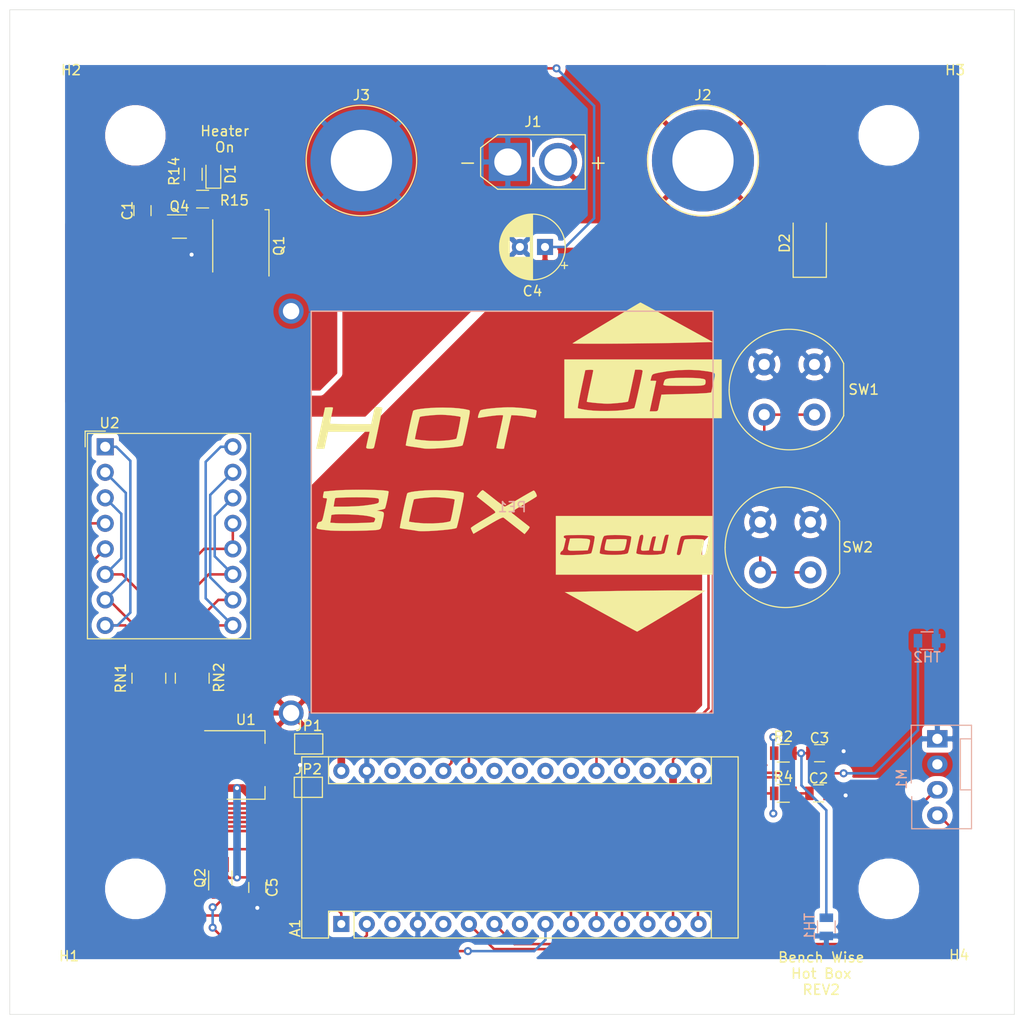
<source format=kicad_pcb>
(kicad_pcb (version 20171130) (host pcbnew 5.1.4+dfsg1-1)
  (title_block (title "Hot Box") (date 2020-12-14) (rev 2) (company "Bench Wise"))
  (layers (0 F.Cu signal) (31 B.Cu signal) (34 B.Paste user hide) (35 F.Paste user hide) (36 B.SilkS user hide) (37 F.SilkS user) (38 B.Mask user hide) (39 F.Mask user hide) (44 Edge.Cuts user hide))
  (net 0 "")
  (net 1 "Net-(A1-Pad1)")
  (net 2 "Net-(A1-Pad2)")
  (net 3 "Net-(A1-Pad18)")
  (net 4 "Net-(A1-Pad3)")
  (net 5 "Net-(A1-Pad19)")
  (net 6 "Net-(A1-Pad20)")
  (net 7 "Net-(A1-Pad5)")
  (net 8 "Net-(A1-Pad21)")
  (net 9 "Net-(A1-Pad6)")
  (net 10 "Net-(A1-Pad22)")
  (net 11 "Net-(A1-Pad7)")
  (net 12 "Net-(A1-Pad23)")
  (net 13 "Net-(A1-Pad8)")
  (net 14 "Net-(A1-Pad24)")
  (net 15 "Net-(A1-Pad9)")
  (net 16 "Net-(A1-Pad25)")
  (net 17 "Net-(A1-Pad10)")
  (net 18 "Net-(A1-Pad26)")
  (net 19 "Net-(A1-Pad11)")
  (net 20 "Net-(A1-Pad27)")
  (net 21 "Net-(A1-Pad12)")
  (net 22 "Net-(A1-Pad28)")
  (net 23 "Net-(A1-Pad13)")
  (net 24 "Net-(A1-Pad14)")
  (net 25 "Net-(A1-Pad15)")
  (net 26 "Net-(A1-Pad16)")
  (net 27 GND)
  (net 28 "Net-(PE1-Pad2)")
  (net 29 "Net-(Q1-Pad4)")
  (net 30 +12V)
  (net 31 "Net-(Q2-Pad3)")
  (net 32 /C)
  (net 33 /E)
  (net 34 /D)
  (net 35 /G)
  (net 36 /A)
  (net 37 /F)
  (net 38 /B)
  (net 39 "Net-(D1-Pad2)")
  (net 40 +3V3)
  (net 41 "Net-(Q4-Pad2)")
  (net 42 "Net-(Q2-Pad6)")
  (net 43 "Net-(RN2-Pad4)")
  (net 44 "Net-(RN2-Pad5)")
  (net 45 "Net-(A1-Pad17)")
  (net 46 "Net-(D2-Pad2)")
  (net 47 "Net-(A1-Pad30)")
  (module AEvan:UP (layer F.Cu) (at 159.865 79.055)
    (fp_text reference G*** hide)
    (fp_text value LOGO hide)
  )
  (module AEvan:DOWN (layer F.Cu) (at 159.103 100.645 180)
    (fp_text reference G*** hide)
    (fp_text value LOGO hide)
  )
  (module AEvan:HOTBOX (layer F.Cu) (at 138.275 90.231)
    (fp_text reference G*** hide)
    (fp_text value LOGO hide)
  )
  (module Connector:FanPinHeader_1x04_P2.54mm_Vertical (layer B.Cu) (at 189.203 116.901 270)
    (fp_text reference M1 (at 4 3.55 90) (layer B.SilkS) (effects (justify mirror)))
    (fp_text value Fan_4pin)
    (pad "" np_thru_hole circle (at 5.08 2.16 180) (size 1.1 1.1) (drill 1.1) (layers *.Cu *.Mask))
    (pad 4 thru_hole oval (at 7.62 0 180) (size 2.03 1.73) (drill 1.02) (layers *.Cu *.Mask) (net 9 "Net-(A1-Pad6)"))
    (pad 3 thru_hole oval (at 5.08 0 180) (size 2.03 1.73) (drill 1.02) (layers *.Cu *.Mask) (net 11 "Net-(A1-Pad7)"))
    (pad 2 thru_hole oval (at 2.54 0 180) (size 2.03 1.73) (drill 1.02) (layers *.Cu *.Mask) (net 30 +12V))
    (pad 1 thru_hole rect (at 0 0 180) (size 2.03 1.73) (drill 1.02) (layers *.Cu *.Mask) (net 27 GND))
  )
  (module MountingHole:MountingHole_3.2mm_M3 (layer F.Cu) (at 99.373 141.833)
    (fp_text reference H1 (at 3.4 -3.3) (layer F.SilkS))
    (fp_text value MountingHole hide)
    (pad 1 np_thru_hole circle (at 0 0) (size 3.2 3.2) (drill 3.2) (layers *.Cu *.Mask))
  )
  (module MountingHole:MountingHole_3.2mm_M3 (layer F.Cu) (at 99.373 46.833)
    (fp_text reference H2 (at 3.6 3.5) (layer F.SilkS))
    (fp_text value MountingHole hide)
    (pad 1 np_thru_hole circle (at 0 0) (size 3.2 3.2) (drill 3.2) (layers *.Cu *.Mask))
  )
  (module MountingHole:MountingHole_3.2mm_M3 (layer F.Cu) (at 194.373 46.833)
    (fp_text reference H3 (at -3.4 3.5) (layer F.SilkS))
    (fp_text value MountingHole hide)
    (pad 1 np_thru_hole circle (at 0 0) (size 3.2 3.2) (drill 3.2) (layers *.Cu *.Mask))
  )
  (module MountingHole:MountingHole_3.2mm_M3 (layer F.Cu) (at 194.373 141.833)
    (fp_text reference H4 (at -3 -3.4) (layer F.SilkS))
    (fp_text value MountingHole hide)
    (pad 1 np_thru_hole circle (at 0 0) (size 3.2 3.2) (drill 3.2) (layers *.Cu *.Mask))
  )
  (module Module:Arduino_Nano (layer F.Cu) (at 129.873 135.333 90)
    (fp_text reference A1 (at -0.4 -4.6 90) (layer F.SilkS))
    (fp_text value Arduino_Nano_v3.x)
    (pad 1 thru_hole rect (at 0 0 90) (size 1.6 1.6) (drill 0.8) (layers *.Cu *.Mask) (net 1 "Net-(A1-Pad1)"))
    (pad 17 thru_hole oval (at 15.24 33.02 90) (size 1.6 1.6) (drill 0.8) (layers *.Cu *.Mask) (net 45 "Net-(A1-Pad17)"))
    (pad 2 thru_hole oval (at 0 2.54 90) (size 1.6 1.6) (drill 0.8) (layers *.Cu *.Mask) (net 2 "Net-(A1-Pad2)"))
    (pad 18 thru_hole oval (at 15.24 30.48 90) (size 1.6 1.6) (drill 0.8) (layers *.Cu *.Mask) (net 3 "Net-(A1-Pad18)"))
    (pad 3 thru_hole oval (at 0 5.08 90) (size 1.6 1.6) (drill 0.8) (layers *.Cu *.Mask) (net 4 "Net-(A1-Pad3)"))
    (pad 19 thru_hole oval (at 15.24 27.94 90) (size 1.6 1.6) (drill 0.8) (layers *.Cu *.Mask) (net 5 "Net-(A1-Pad19)"))
    (pad 4 thru_hole oval (at 0 7.62 90) (size 1.6 1.6) (drill 0.8) (layers *.Cu *.Mask) (net 27 GND))
    (pad 20 thru_hole oval (at 15.24 25.4 90) (size 1.6 1.6) (drill 0.8) (layers *.Cu *.Mask) (net 6 "Net-(A1-Pad20)"))
    (pad 5 thru_hole oval (at 0 10.16 90) (size 1.6 1.6) (drill 0.8) (layers *.Cu *.Mask) (net 7 "Net-(A1-Pad5)"))
    (pad 21 thru_hole oval (at 15.24 22.86 90) (size 1.6 1.6) (drill 0.8) (layers *.Cu *.Mask) (net 8 "Net-(A1-Pad21)"))
    (pad 6 thru_hole oval (at 0 12.7 90) (size 1.6 1.6) (drill 0.8) (layers *.Cu *.Mask) (net 9 "Net-(A1-Pad6)"))
    (pad 22 thru_hole oval (at 15.24 20.32 90) (size 1.6 1.6) (drill 0.8) (layers *.Cu *.Mask) (net 10 "Net-(A1-Pad22)"))
    (pad 7 thru_hole oval (at 0 15.24 90) (size 1.6 1.6) (drill 0.8) (layers *.Cu *.Mask) (net 11 "Net-(A1-Pad7)"))
    (pad 23 thru_hole oval (at 15.24 17.78 90) (size 1.6 1.6) (drill 0.8) (layers *.Cu *.Mask) (net 12 "Net-(A1-Pad23)"))
    (pad 8 thru_hole oval (at 0 17.78 90) (size 1.6 1.6) (drill 0.8) (layers *.Cu *.Mask) (net 13 "Net-(A1-Pad8)"))
    (pad 24 thru_hole oval (at 15.24 15.24 90) (size 1.6 1.6) (drill 0.8) (layers *.Cu *.Mask) (net 14 "Net-(A1-Pad24)"))
    (pad 9 thru_hole oval (at 0 20.32 90) (size 1.6 1.6) (drill 0.8) (layers *.Cu *.Mask) (net 15 "Net-(A1-Pad9)"))
    (pad 25 thru_hole oval (at 15.24 12.7 90) (size 1.6 1.6) (drill 0.8) (layers *.Cu *.Mask) (net 16 "Net-(A1-Pad25)"))
    (pad 10 thru_hole oval (at 0 22.86 90) (size 1.6 1.6) (drill 0.8) (layers *.Cu *.Mask) (net 17 "Net-(A1-Pad10)"))
    (pad 26 thru_hole oval (at 15.24 10.16 90) (size 1.6 1.6) (drill 0.8) (layers *.Cu *.Mask) (net 18 "Net-(A1-Pad26)"))
    (pad 11 thru_hole oval (at 0 25.4 90) (size 1.6 1.6) (drill 0.8) (layers *.Cu *.Mask) (net 19 "Net-(A1-Pad11)"))
    (pad 27 thru_hole oval (at 15.24 7.62 90) (size 1.6 1.6) (drill 0.8) (layers *.Cu *.Mask) (net 20 "Net-(A1-Pad27)"))
    (pad 12 thru_hole oval (at 0 27.94 90) (size 1.6 1.6) (drill 0.8) (layers *.Cu *.Mask) (net 21 "Net-(A1-Pad12)"))
    (pad 28 thru_hole oval (at 15.24 5.08 90) (size 1.6 1.6) (drill 0.8) (layers *.Cu *.Mask) (net 22 "Net-(A1-Pad28)"))
    (pad 13 thru_hole oval (at 0 30.48 90) (size 1.6 1.6) (drill 0.8) (layers *.Cu *.Mask) (net 23 "Net-(A1-Pad13)"))
    (pad 29 thru_hole oval (at 15.24 2.54 90) (size 1.6 1.6) (drill 0.8) (layers *.Cu *.Mask) (net 27 GND))
    (pad 14 thru_hole oval (at 0 33.02 90) (size 1.6 1.6) (drill 0.8) (layers *.Cu *.Mask) (net 24 "Net-(A1-Pad14)"))
    (pad 30 thru_hole oval (at 15.24 0 90) (size 1.6 1.6) (drill 0.8) (layers *.Cu *.Mask) (net 47 "Net-(A1-Pad30)"))
    (pad 15 thru_hole oval (at 0 35.56 90) (size 1.6 1.6) (drill 0.8) (layers *.Cu *.Mask) (net 25 "Net-(A1-Pad15)"))
    (pad 16 thru_hole oval (at 15.24 35.56 90) (size 1.6 1.6) (drill 0.8) (layers *.Cu *.Mask) (net 26 "Net-(A1-Pad16)"))
  )
  (module Package_TO_SOT_SMD:TDSON-8-1 (layer F.Cu) (at 119.873 67.833 270)
    (fp_text reference Q1 (at 0 -3.8 90) (layer F.SilkS))
    (fp_text value BSC028N06LS3)
    (pad 1 smd rect (at -2.75 -1.91 180) (size 0.7 0.8) (layers F.Cu F.Paste F.Mask) (net 27 GND))
    (pad 2 smd rect (at -2.75 -0.64 180) (size 0.7 0.8) (layers F.Cu F.Paste F.Mask) (net 27 GND))
    (pad 3 smd rect (at -2.75 0.64 180) (size 0.7 0.8) (layers F.Cu F.Paste F.Mask) (net 27 GND))
    (pad 4 smd rect (at -2.75 1.91 180) (size 0.7 0.8) (layers F.Cu F.Paste F.Mask) (net 29 "Net-(Q1-Pad4)"))
    (pad 5 smd rect (at 2.75 1.91 180) (size 0.7 0.8) (layers F.Cu F.Paste F.Mask) (net 28 "Net-(PE1-Pad2)"))
    (pad 5 smd rect (at 2.75 0.64 180) (size 0.7 0.8) (layers F.Cu F.Paste F.Mask) (net 28 "Net-(PE1-Pad2)"))
    (pad 5 smd rect (at 2.75 -0.64 180) (size 0.7 0.8) (layers F.Cu F.Paste F.Mask) (net 28 "Net-(PE1-Pad2)"))
    (pad 5 smd rect (at 2.75 -1.91 180) (size 0.7 0.8) (layers F.Cu F.Paste F.Mask) (net 28 "Net-(PE1-Pad2)"))
    (pad 5 smd rect (at 0.5 0 180) (size 4.5 4.29) (layers F.Cu F.Mask) (net 28 "Net-(PE1-Pad2)"))
  )
  (module Display_7Segment:DA04-11CGKWA (layer F.Cu) (at 106.373 87.833)
    (fp_text reference U2 (at 0.43 -2.36) (layer F.SilkS))
    (fp_text value DA04-11CGKWA hide)
    (pad 1 thru_hole rect (at 0 0) (size 1.7 1.7) (drill 1) (layers *.Cu *.Mask) (net 32 /C))
    (pad 2 thru_hole circle (at 0 2.54) (size 1.7 1.7) (drill 1) (layers *.Cu *.Mask) (net 33 /E))
    (pad 3 thru_hole circle (at 0 5.08) (size 1.7 1.7) (drill 1) (layers *.Cu *.Mask) (net 34 /D))
    (pad 4 thru_hole circle (at 0 7.62) (size 1.7 1.7) (drill 1) (layers *.Cu *.Mask) (net 31 "Net-(Q2-Pad3)"))
    (pad 5 thru_hole circle (at 0 10.16) (size 1.7 1.7) (drill 1) (layers *.Cu *.Mask) (net 42 "Net-(Q2-Pad6)"))
    (pad 6 thru_hole circle (at 0 12.7) (size 1.7 1.7) (drill 1) (layers *.Cu *.Mask) (net 34 /D))
    (pad 7 thru_hole circle (at 0 15.24) (size 1.7 1.7) (drill 1) (layers *.Cu *.Mask) (net 33 /E))
    (pad 8 thru_hole circle (at 0 17.78) (size 1.7 1.7) (drill 1) (layers *.Cu *.Mask) (net 32 /C))
    (pad 9 thru_hole circle (at 12.7 17.78) (size 1.7 1.7) (drill 1) (layers *.Cu *.Mask) (net 35 /G))
    (pad 10 thru_hole circle (at 12.7 15.24) (size 1.7 1.7) (drill 1) (layers *.Cu *.Mask) (net 36 /A))
    (pad 11 thru_hole circle (at 12.7 12.7) (size 1.7 1.7) (drill 1) (layers *.Cu *.Mask) (net 37 /F))
    (pad 12 thru_hole circle (at 12.7 10.16) (size 1.7 1.7) (drill 1) (layers *.Cu *.Mask) (net 38 /B))
    (pad 13 thru_hole circle (at 12.7 7.62) (size 1.7 1.7) (drill 1) (layers *.Cu *.Mask) (net 38 /B))
    (pad 14 thru_hole circle (at 12.7 5.08) (size 1.7 1.7) (drill 1) (layers *.Cu *.Mask) (net 37 /F))
    (pad 15 thru_hole circle (at 12.7 2.54) (size 1.7 1.7) (drill 1) (layers *.Cu *.Mask) (net 36 /A))
    (pad 16 thru_hole circle (at 12.7 0) (size 1.7 1.7) (drill 1) (layers *.Cu *.Mask) (net 35 /G))
  )
  (module Connector:Banana_Jack_1Pin (layer F.Cu) (at 165.873 59.333)
    (fp_text reference J2 (at 0 -6.5) (layer F.SilkS))
    (fp_text value Conn_01x01 hide)
    (pad 1 thru_hole circle (at 0 0) (size 10.16 10.16) (drill 6.1) (layers *.Cu *.Mask) (net 46 "Net-(D2-Pad2)"))
  )
  (module Connector:Banana_Jack_1Pin (layer F.Cu) (at 131.873 59.333)
    (fp_text reference J3 (at 0 -6.5) (layer F.SilkS))
    (fp_text value Conn_01x01 hide)
    (pad 1 thru_hole circle (at 0 0) (size 10.16 10.16) (drill 6.1) (layers *.Cu *.Mask) (net 27 GND))
  )
  (module Capacitor_THT:CP_Radial_D6.3mm_P2.50mm (layer F.Cu) (at 150.1495 67.9425 180)
    (fp_text reference C4 (at 1.25 -4.4) (layer F.SilkS))
    (fp_text value 10uF)
    (pad 1 thru_hole rect (at 0 0 180) (size 1.6 1.6) (drill 0.8) (layers *.Cu *.Mask) (net 30 +12V))
    (pad 2 thru_hole circle (at 2.5 0 180) (size 1.6 1.6) (drill 0.8) (layers *.Cu *.Mask) (net 27 GND))
  )
  (module LED_SMD:LED_0603_1608Metric (layer F.Cu) (at 117.1365 60.6075 90)
    (fp_text reference D1 (at -0.1 1.7 90) (layer F.SilkS))
    (fp_text value LED)
    (pad 1 smd roundrect (at -0.7875 0 90) (size 0.875 0.95) (layers F.Cu F.Paste F.Mask) (net 27 GND))
    (pad 2 smd roundrect (at 0.7875 0 90) (size 0.875 0.95) (layers F.Cu F.Paste F.Mask) (net 39 "Net-(D1-Pad2)"))
  )
  (module AMASS:AMASS_XT30U-M_1x02_P5.0mm_Vertical (layer F.Cu) (at 146.448 59.483)
    (fp_text reference J1 (at 2.5 -4) (layer F.SilkS))
    (fp_text value Conn_01x02 hide)
    (fp_text user + (at 9 0) (layer F.SilkS) (effects (font (size 1.5 1.5))))
    (fp_text user - (at -4 0) (layer F.SilkS) (effects (font (size 1.5 1.5))))
    (pad 1 thru_hole rect (at 0 0) (size 3.8 3.8) (drill 2.7) (layers *.Cu *.Mask) (net 27 GND))
    (pad 2 thru_hole circle (at 5 0) (size 3.8 3.8) (drill 2.7) (layers *.Cu *.Mask) (net 46 "Net-(D2-Pad2)"))
  )
  (module AEvan:0805_C (layer F.Cu) (at 110.081 64.323 90)
    (fp_text reference C1 (at 0 -1.5 90) (layer F.SilkS))
    (fp_text value 0.1uF)
    (pad 1 smd rect (at -0.905 0 90) (size 0.85 1.35) (layers F.Cu F.Paste F.Mask) (net 30 +12V))
    (pad 2 smd rect (at 0.905 0 90) (size 0.85 1.35) (layers F.Cu F.Paste F.Mask) (net 27 GND))
  )
  (module AEvan:0805_C (layer F.Cu) (at 177.373 122.333)
    (fp_text reference C2 (at 0 -1.5) (layer F.SilkS))
    (fp_text value 0.1uF)
    (pad 1 smd rect (at -0.905 0) (size 0.85 1.35) (layers F.Cu F.Paste F.Mask) (net 5 "Net-(A1-Pad19)"))
    (pad 2 smd rect (at 0.905 0) (size 0.85 1.35) (layers F.Cu F.Paste F.Mask) (net 27 GND))
  )
  (module AEvan:0805_C (layer F.Cu) (at 177.473 118.333)
    (fp_text reference C3 (at 0 -1.5) (layer F.SilkS))
    (fp_text value 0.1uF)
    (pad 2 smd rect (at 0.905 0) (size 0.85 1.35) (layers F.Cu F.Paste F.Mask) (net 27 GND))
    (pad 1 smd rect (at -0.905 0) (size 0.85 1.35) (layers F.Cu F.Paste F.Mask) (net 6 "Net-(A1-Pad20)"))
  )
  (module AEvan:LGA1155_FAN (layer B.Cu) (at 109.373 131.833 90)
    (fp_text reference M2 (at 0 -0.5 90) (layer B.SilkS) (effects (justify mirror)))
    (fp_text value Fan)
    (pad "" np_thru_hole circle (at 0 75 90) (size 4.03 4.03) (drill 4.03) (layers *.Cu *.Mask) (clearance 1))
    (pad "" np_thru_hole circle (at 75 75 90) (size 4.03 4.03) (drill 4.03) (layers *.Cu *.Mask) (clearance 1))
    (pad "" np_thru_hole circle (at 75 0 90) (size 4.03 4.03) (drill 4.03) (layers *.Cu *.Mask) (clearance 1))
    (pad "" np_thru_hole circle (at 0 0 90) (size 4.03 4.03) (drill 4.03) (layers *.Cu *.Mask) (clearance 1))
  )
  (module AEvan:Peltier_40x40 (layer B.Cu) (at 146.873 94.333)
    (fp_text reference PE1 (at 0 -0.5) (layer B.SilkS) (effects (justify mirror)))
    (fp_text value Peltier_Element)
    (pad 2 thru_hole circle (at -22 -20) (size 2.5 2.5) (drill 1.63) (layers *.Cu *.Mask) (net 28 "Net-(PE1-Pad2)"))
    (pad 1 thru_hole circle (at -22 20) (size 2.5 2.5) (drill 1.63) (layers *.Cu *.Mask) (net 30 +12V))
  )
  (module Package_TO_SOT_SMD:SOT-363_SC-70-6_Handsoldering (layer F.Cu) (at 113.7605 65.9105)
    (fp_text reference Q4 (at 0 -2) (layer F.SilkS))
    (fp_text value PUMD3,115)
    (pad 1 smd rect (at -1.33 -0.65) (size 1.5 0.4) (layers F.Cu F.Paste F.Mask) (net 30 +12V))
    (pad 2 smd rect (at -1.33 0) (size 1.5 0.4) (layers F.Cu F.Paste F.Mask) (net 41 "Net-(Q4-Pad2)"))
    (pad 3 smd rect (at -1.33 0.65) (size 1.5 0.4) (layers F.Cu F.Paste F.Mask) (net 41 "Net-(Q4-Pad2)"))
    (pad 4 smd rect (at 1.33 0.65) (size 1.5 0.4) (layers F.Cu F.Paste F.Mask) (net 27 GND))
    (pad 5 smd rect (at 1.33 0) (size 1.5 0.4) (layers F.Cu F.Paste F.Mask) (net 15 "Net-(A1-Pad9)"))
    (pad 6 smd rect (at 1.33 -0.65) (size 1.5 0.4) (layers F.Cu F.Paste F.Mask) (net 29 "Net-(Q1-Pad4)"))
  )
  (module AEvan:0805_R (layer F.Cu) (at 173.873 118.333)
    (fp_text reference R2 (at 0 -1.65) (layer F.SilkS))
    (fp_text value 10K)
    (pad 1 smd rect (at -0.905 0) (size 0.85 1.35) (layers F.Cu F.Paste F.Mask) (net 45 "Net-(A1-Pad17)"))
    (pad 2 smd rect (at 0.905 0) (size 0.85 1.35) (layers F.Cu F.Paste F.Mask) (net 6 "Net-(A1-Pad20)"))
  )
  (module AEvan:0805_R (layer F.Cu) (at 173.873 122.333)
    (fp_text reference R4 (at 0 -1.65) (layer F.SilkS))
    (fp_text value 10K)
    (pad 1 smd rect (at -0.905 0) (size 0.85 1.35) (layers F.Cu F.Paste F.Mask) (net 45 "Net-(A1-Pad17)"))
    (pad 2 smd rect (at 0.905 0) (size 0.85 1.35) (layers F.Cu F.Paste F.Mask) (net 5 "Net-(A1-Pad19)"))
  )
  (module AEvan:0805_R (layer F.Cu) (at 115.1365 60.7075 270)
    (fp_text reference R14 (at -0.3 1.9 90) (layer F.SilkS))
    (fp_text value 10k)
    (pad 2 smd rect (at 0.905 0 270) (size 0.85 1.35) (layers F.Cu F.Paste F.Mask) (net 29 "Net-(Q1-Pad4)"))
    (pad 1 smd rect (at -0.905 0 270) (size 0.85 1.35) (layers F.Cu F.Paste F.Mask) (net 39 "Net-(D1-Pad2)"))
  )
  (module AEvan:SW_D6 (layer F.Cu) (at 174.473 82.133 180)
    (fp_text reference SW1 (at -7.4 0) (layer F.SilkS))
    (fp_text value SW_Push_4PIN)
    (pad 1 thru_hole circle (at -2.5 -2.5 180) (size 2.2 2.2) (drill 1.1) (layers *.Cu *.Mask) (net 18 "Net-(A1-Pad26)"))
    (pad 2 thru_hole circle (at -2.5 2.5 180) (size 2.2 2.2) (drill 1.1) (layers *.Cu *.Mask) (net 27 GND))
    (pad 2 thru_hole circle (at 2.5 2.5 180) (size 2.2 2.2) (drill 1.1) (layers *.Cu *.Mask) (net 27 GND))
    (pad 1 thru_hole circle (at 2.5 -2.5 180) (size 2.2 2.2) (drill 1.1) (layers *.Cu *.Mask) (net 18 "Net-(A1-Pad26)"))
  )
  (module AEvan:SW_D6 (layer F.Cu) (at 174.073 97.833 180)
    (fp_text reference SW2 (at -7.2 0) (layer F.SilkS))
    (fp_text value SW_Push_4PIN)
    (pad 1 thru_hole circle (at 2.5 -2.5 180) (size 2.2 2.2) (drill 1.1) (layers *.Cu *.Mask) (net 16 "Net-(A1-Pad25)"))
    (pad 2 thru_hole circle (at 2.5 2.5 180) (size 2.2 2.2) (drill 1.1) (layers *.Cu *.Mask) (net 27 GND))
    (pad 2 thru_hole circle (at -2.5 2.5 180) (size 2.2 2.2) (drill 1.1) (layers *.Cu *.Mask) (net 27 GND))
    (pad 1 thru_hole circle (at -2.5 -2.5 180) (size 2.2 2.2) (drill 1.1) (layers *.Cu *.Mask) (net 16 "Net-(A1-Pad25)"))
  )
  (module AEvan:0805_R (layer B.Cu) (at 188.178 107.133)
    (fp_text reference TH2 (at 0 1.65) (layer B.SilkS) (effects (justify mirror)))
    (fp_text value Thermistor_NTC)
    (pad 2 smd rect (at 0.905 0) (size 0.85 1.35) (layers B.Cu B.Paste B.Mask) (net 27 GND))
    (pad 1 smd rect (at -0.905 0) (size 0.85 1.35) (layers B.Cu B.Paste B.Mask) (net 5 "Net-(A1-Pad19)"))
  )
  (module AEvan:0805_R (layer F.Cu) (at 116.066 63.18 180)
    (fp_text reference R15 (at -3.159 -0.127) (layer F.SilkS))
    (fp_text value 10k)
    (pad 1 smd rect (at -0.905 0 180) (size 0.85 1.35) (layers F.Cu F.Paste F.Mask) (net 27 GND))
    (pad 2 smd rect (at 0.905 0 180) (size 0.85 1.35) (layers F.Cu F.Paste F.Mask) (net 29 "Net-(Q1-Pad4)"))
  )
  (module AEvan:0805_R (layer B.Cu) (at 178.153 135.6175 270)
    (fp_text reference TH1 (at 0 1.65 90) (layer B.SilkS) (effects (justify mirror)))
    (fp_text value Thermistor_NTC)
    (pad 1 smd rect (at -0.905 0 270) (size 0.85 1.35) (layers B.Cu B.Paste B.Mask) (net 6 "Net-(A1-Pad20)"))
    (pad 2 smd rect (at 0.905 0 270) (size 0.85 1.35) (layers B.Cu B.Paste B.Mask) (net 27 GND))
  )
  (module Resistor_SMD:R_Array_Convex_4x0603 (layer F.Cu) (at 110.716 110.8685 90)
    (fp_text reference RN1 (at 0 -2.8 90) (layer F.SilkS))
    (fp_text value 510)
    (pad 5 smd rect (at 0.9 1.2 90) (size 0.8 0.5) (layers F.Cu F.Paste F.Mask) (net 38 /B))
    (pad 6 smd rect (at 0.9 0.4 90) (size 0.8 0.4) (layers F.Cu F.Paste F.Mask) (net 34 /D))
    (pad 8 smd rect (at 0.9 -1.2 90) (size 0.8 0.5) (layers F.Cu F.Paste F.Mask) (net 32 /C))
    (pad 7 smd rect (at 0.9 -0.4 90) (size 0.8 0.4) (layers F.Cu F.Paste F.Mask) (net 33 /E))
    (pad 4 smd rect (at -0.9 1.2 90) (size 0.8 0.5) (layers F.Cu F.Paste F.Mask) (net 23 "Net-(A1-Pad13)"))
    (pad 2 smd rect (at -0.9 -0.4 90) (size 0.8 0.4) (layers F.Cu F.Paste F.Mask) (net 19 "Net-(A1-Pad11)"))
    (pad 3 smd rect (at -0.9 0.4 90) (size 0.8 0.4) (layers F.Cu F.Paste F.Mask) (net 21 "Net-(A1-Pad12)"))
    (pad 1 smd rect (at -0.9 -1.2 90) (size 0.8 0.5) (layers F.Cu F.Paste F.Mask) (net 17 "Net-(A1-Pad10)"))
  )
  (module Resistor_SMD:R_Array_Convex_4x0603 (layer F.Cu) (at 115.034 110.8685 90)
    (fp_text reference RN2 (at 0.0635 2.667 90) (layer F.SilkS))
    (fp_text value 510)
    (pad 1 smd rect (at -0.9 -1.2 90) (size 0.8 0.5) (layers F.Cu F.Paste F.Mask) (net 24 "Net-(A1-Pad14)"))
    (pad 3 smd rect (at -0.9 0.4 90) (size 0.8 0.4) (layers F.Cu F.Paste F.Mask) (net 26 "Net-(A1-Pad16)"))
    (pad 2 smd rect (at -0.9 -0.4 90) (size 0.8 0.4) (layers F.Cu F.Paste F.Mask) (net 25 "Net-(A1-Pad15)"))
    (pad 4 smd rect (at -0.9 1.2 90) (size 0.8 0.5) (layers F.Cu F.Paste F.Mask) (net 43 "Net-(RN2-Pad4)"))
    (pad 7 smd rect (at 0.9 -0.4 90) (size 0.8 0.4) (layers F.Cu F.Paste F.Mask) (net 36 /A))
    (pad 8 smd rect (at 0.9 -1.2 90) (size 0.8 0.5) (layers F.Cu F.Paste F.Mask) (net 37 /F))
    (pad 6 smd rect (at 0.9 0.4 90) (size 0.8 0.4) (layers F.Cu F.Paste F.Mask) (net 35 /G))
    (pad 5 smd rect (at 0.9 1.2 90) (size 0.8 0.5) (layers F.Cu F.Paste F.Mask) (net 44 "Net-(RN2-Pad5)"))
  )
  (module AEvan:0805_C (layer F.Cu) (at 121.511 131.6965 270)
    (fp_text reference C5 (at 0 -1.5 90) (layer F.SilkS))
    (fp_text value 0.1uF)
    (pad 1 smd rect (at -0.905 0 270) (size 0.85 1.35) (layers F.Cu F.Paste F.Mask) (net 40 +3V3))
    (pad 2 smd rect (at 0.905 0 270) (size 0.85 1.35) (layers F.Cu F.Paste F.Mask) (net 27 GND))
  )
  (module Package_TO_SOT_SMD:SOT-363_SC-70-6_Handsoldering (layer F.Cu) (at 117.828 130.744 90)
    (fp_text reference Q2 (at 0 -2 90) (layer F.SilkS))
    (fp_text value PUMB11,115 hide)
    (pad 1 smd rect (at -1.33 -0.65 90) (size 1.5 0.4) (layers F.Cu F.Paste F.Mask) (net 40 +3V3))
    (pad 2 smd rect (at -1.33 0 90) (size 1.5 0.4) (layers F.Cu F.Paste F.Mask) (net 2 "Net-(A1-Pad2)"))
    (pad 3 smd rect (at -1.33 0.65 90) (size 1.5 0.4) (layers F.Cu F.Paste F.Mask) (net 31 "Net-(Q2-Pad3)"))
    (pad 4 smd rect (at 1.33 0.65 90) (size 1.5 0.4) (layers F.Cu F.Paste F.Mask) (net 40 +3V3))
    (pad 5 smd rect (at 1.33 0 90) (size 1.5 0.4) (layers F.Cu F.Paste F.Mask) (net 1 "Net-(A1-Pad1)"))
    (pad 6 smd rect (at 1.33 -0.65 90) (size 1.5 0.4) (layers F.Cu F.Paste F.Mask) (net 42 "Net-(Q2-Pad6)"))
  )
  (module Package_TO_SOT_SMD:SOT-223-3_TabPin2 (layer F.Cu) (at 120.368 119.5045)
    (fp_text reference U1 (at 0 -4.5) (layer F.SilkS))
    (fp_text value UA78M33CDCYR hide)
    (pad 2 smd rect (at 3.15 0) (size 2 3.8) (layers F.Cu F.Paste F.Mask) (net 27 GND))
    (pad 2 smd rect (at -3.15 0) (size 2 1.5) (layers F.Cu F.Paste F.Mask) (net 27 GND))
    (pad 3 smd rect (at -3.15 2.3) (size 2 1.5) (layers F.Cu F.Paste F.Mask) (net 40 +3V3))
    (pad 1 smd rect (at -3.15 -2.3) (size 2 1.5) (layers F.Cu F.Paste F.Mask) (net 30 +12V))
  )
  (module Diode_SMD:D_SMA (layer F.Cu) (at 176.502 67.5615 90)
    (fp_text reference D2 (at 0 -2.5 90) (layer F.SilkS))
    (fp_text value D)
    (pad 1 smd rect (at -2 0 90) (size 2.5 1.8) (layers F.Cu F.Paste F.Mask) (net 30 +12V))
    (pad 2 smd rect (at 2 0 90) (size 2.5 1.8) (layers F.Cu F.Paste F.Mask) (net 46 "Net-(D2-Pad2)"))
  )
  (module Jumper:SolderJumper-2_P1.3mm_Open_TrianglePad1.0x1.5mm (layer F.Cu) (at 126.628 117.409)
    (fp_text reference JP1 (at 0 -1.8) (layer F.SilkS))
    (fp_text value SolderJumper_2_Open hide)
    (pad 1 smd custom (at -0.725 0) (size 0.3 0.3) (layers F.Cu F.Mask) (net 30 +12V) (options (clearance convexhull) (anchor rect)) (primitives (gr_poly (pts (xy -0.5 -0.75) (xy 0.5 -0.75) (xy 1 0) (xy 0.5 0.75) (xy -0.5 0.75)) (width 0))))
    (pad 2 smd custom (at 0.725 0) (size 0.3 0.3) (layers F.Cu F.Mask) (net 47 "Net-(A1-Pad30)") (options (clearance outline) (anchor rect)) (primitives (gr_poly (pts (xy -0.65 -0.75) (xy 0.5 -0.75) (xy 0.5 0.75) (xy -0.65 0.75) (xy -0.15 0)) (width 0))))
  )
  (module Jumper:SolderJumper-2_P1.3mm_Open_TrianglePad1.0x1.5mm (layer F.Cu) (at 126.591 121.727)
    (fp_text reference JP2 (at 0 -1.8) (layer F.SilkS))
    (fp_text value SolderJumper_2_Open hide)
    (pad 2 smd custom (at 0.725 0) (size 0.3 0.3) (layers F.Cu F.Mask) (net 45 "Net-(A1-Pad17)") (options (clearance outline) (anchor rect)) (primitives (gr_poly (pts (xy -0.65 -0.75) (xy 0.5 -0.75) (xy 0.5 0.75) (xy -0.65 0.75) (xy -0.15 0)) (width 0))))
    (pad 1 smd custom (at -0.725 0) (size 0.3 0.3) (layers F.Cu F.Mask) (net 40 +3V3) (options (clearance outline) (anchor rect)) (primitives (gr_poly (pts (xy -0.5 -0.75) (xy 0.5 -0.75) (xy 1 0) (xy 0.5 0.75) (xy -0.5 0.75)) (width 0))))
  )
  (gr_text "Bench Wise\nHot Box\nREV2" (at 177.645 140.269) (layer F.SilkS) (effects (font (size 1 1))))
  (gr_text "Heater\nOn" (at 118.2725 57.211) (layer F.SilkS) (effects (font (size 1 1))))
  (gr_line (start 196.873 44.333) (end 96.873 44.333) (layer Edge.Cuts) (width 0.05))
  (gr_line (start 196.873 144.333) (end 196.873 44.333) (layer Edge.Cuts) (width 0.05))
  (gr_line (start 96.873 144.333) (end 96.873 44.333) (layer Edge.Cuts) (width 0.05))
  (gr_line (start 196.873 144.333) (end 96.873 144.333) (layer Edge.Cuts) (width 0.05))
  (segment (start 129.873 134.283) (end 123.4765 127.8865) (width 0.25) (layer F.Cu) (net 1))
  (segment (start 129.873 135.333) (end 129.873 134.283) (width 0.25) (layer F.Cu) (net 1))
  (segment (start 123.4765 127.8865) (end 118.209 127.8865) (width 0.25) (layer F.Cu) (net 1))
  (segment (start 117.828 128.2675) (end 117.828 129.414) (width 0.25) (layer F.Cu) (net 1))
  (segment (start 118.209 127.8865) (end 117.828 128.2675) (width 0.25) (layer F.Cu) (net 1))
  (segment (start 132.413 136.46437) (end 131.65637 137.221) (width 0.25) (layer F.Cu) (net 2))
  (segment (start 132.413 135.333) (end 132.413 136.46437) (width 0.25) (layer F.Cu) (net 2))
  (segment (start 131.65637 137.221) (end 121.7015 137.221) (width 0.25) (layer F.Cu) (net 2))
  (segment (start 117.828 133.074) (end 117.237 133.665) (width 0.25) (layer F.Cu) (net 2))
  (segment (start 117.828 132.074) (end 117.828 133.074) (width 0.25) (layer F.Cu) (net 2))
  (via (at 117.066 133.665) (size 0.8) (drill 0.4) (layers F.Cu B.Cu) (net 2))
  (segment (start 117.237 133.665) (end 117.066 133.665) (width 0.25) (layer F.Cu) (net 2))
  (segment (start 121.7015 137.221) (end 118.59 137.221) (width 0.25) (layer F.Cu) (net 2))
  (via (at 117.066 135.697) (size 0.8) (drill 0.4) (layers F.Cu B.Cu) (net 2))
  (segment (start 118.59 137.221) (end 117.066 135.697) (width 0.25) (layer F.Cu) (net 2))
  (segment (start 117.066 135.697) (end 117.066 133.665) (width 0.25) (layer B.Cu) (net 2))
  (segment (start 174.778 122.333) (end 176.468 122.333) (width 0.25) (layer F.Cu) (net 5))
  (segment (start 174.778 121.408) (end 174.778 122.333) (width 0.25) (layer F.Cu) (net 5))
  (segment (start 166.50941 117.733) (end 169.50941 120.733) (width 0.25) (layer F.Cu) (net 5))
  (segment (start 174.103 120.733) (end 174.778 121.408) (width 0.25) (layer F.Cu) (net 5))
  (segment (start 157.813 118.393) (end 158.473 117.733) (width 0.25) (layer F.Cu) (net 5))
  (segment (start 157.813 120.093) (end 157.813 118.393) (width 0.25) (layer F.Cu) (net 5))
  (segment (start 158.473 117.733) (end 166.50941 117.733) (width 0.25) (layer F.Cu) (net 5))
  (segment (start 169.50941 120.733) (end 174.103 120.733) (width 0.25) (layer F.Cu) (net 5))
  (via (at 179.872996 120.333) (size 0.8) (drill 0.4) (layers F.Cu B.Cu) (net 5))
  (segment (start 176.468 122.333) (end 176.468 122.083) (width 0.25) (layer F.Cu) (net 5))
  (segment (start 179.307311 120.333) (end 179.872996 120.333) (width 0.25) (layer F.Cu) (net 5))
  (segment (start 178.218 120.333) (end 179.307311 120.333) (width 0.25) (layer F.Cu) (net 5))
  (segment (start 176.468 122.083) (end 178.218 120.333) (width 0.25) (layer F.Cu) (net 5))
  (segment (start 187.273 108.433) (end 187.273 107.133) (width 0.25) (layer B.Cu) (net 5))
  (segment (start 187.273 116.036) (end 187.273 108.433) (width 0.25) (layer B.Cu) (net 5))
  (segment (start 179.872996 120.333) (end 182.976 120.333) (width 0.25) (layer B.Cu) (net 5))
  (segment (start 182.976 120.333) (end 187.273 116.036) (width 0.25) (layer B.Cu) (net 5))
  (segment (start 156.32301 117.28299) (end 155.273 118.333) (width 0.25) (layer F.Cu) (net 6))
  (segment (start 174.778 119.258) (end 173.75301 120.28299) (width 0.25) (layer F.Cu) (net 6))
  (segment (start 155.273 118.333) (end 155.273 120.093) (width 0.25) (layer F.Cu) (net 6))
  (segment (start 169.69581 120.28299) (end 166.69581 117.28299) (width 0.25) (layer F.Cu) (net 6))
  (segment (start 173.75301 120.28299) (end 169.69581 120.28299) (width 0.25) (layer F.Cu) (net 6))
  (segment (start 174.778 118.333) (end 174.778 119.258) (width 0.25) (layer F.Cu) (net 6))
  (segment (start 166.69581 117.28299) (end 156.32301 117.28299) (width 0.25) (layer F.Cu) (net 6))
  (segment (start 178.153 134.7125) (end 178.153 124.013) (width 0.25) (layer B.Cu) (net 6))
  (segment (start 178.153 124.013) (end 175.6765 121.5365) (width 0.25) (layer B.Cu) (net 6))
  (via (at 175.648 118.333) (size 0.8) (drill 0.4) (layers F.Cu B.Cu) (net 6))
  (segment (start 175.6765 118.3615) (end 175.648 118.333) (width 0.25) (layer B.Cu) (net 6))
  (segment (start 175.6765 121.5365) (end 175.6765 118.3615) (width 0.25) (layer B.Cu) (net 6))
  (segment (start 174.778 118.333) (end 175.648 118.333) (width 0.25) (layer F.Cu) (net 6))
  (segment (start 175.648 118.333) (end 176.568 118.333) (width 0.25) (layer F.Cu) (net 6))
  (segment (start 189.353 124.521) (end 189.203 124.521) (width 0.25) (layer F.Cu) (net 9))
  (segment (start 142.573 135.333) (end 145.073 137.833) (width 0.25) (layer F.Cu) (net 9))
  (segment (start 145.073 137.833) (end 189.987 137.833) (width 0.25) (layer F.Cu) (net 9))
  (segment (start 190.853 136.967) (end 190.853 126.021) (width 0.25) (layer F.Cu) (net 9))
  (segment (start 189.987 137.833) (end 190.853 136.967) (width 0.25) (layer F.Cu) (net 9))
  (segment (start 190.853 126.021) (end 189.353 124.521) (width 0.25) (layer F.Cu) (net 9))
  (segment (start 145.113 135.333) (end 147.113 137.333) (width 0.25) (layer F.Cu) (net 11))
  (segment (start 177.787 137.333) (end 178.01241 137.333) (width 0.25) (layer F.Cu) (net 11))
  (segment (start 147.113 137.333) (end 177.787 137.333) (width 0.25) (layer F.Cu) (net 11))
  (segment (start 189.053 121.981) (end 189.203 121.981) (width 0.25) (layer F.Cu) (net 11))
  (segment (start 187.551 123.483) (end 189.053 121.981) (width 0.25) (layer F.Cu) (net 11))
  (segment (start 190.345 128.839) (end 187.551 126.045) (width 0.25) (layer F.Cu) (net 11))
  (segment (start 177.787 137.333) (end 187.155 137.333) (width 0.25) (layer F.Cu) (net 11))
  (segment (start 187.551 126.045) (end 187.551 123.483) (width 0.25) (layer F.Cu) (net 11))
  (segment (start 187.155 137.333) (end 187.267 137.221) (width 0.25) (layer F.Cu) (net 11))
  (segment (start 187.267 137.221) (end 189.583 137.221) (width 0.25) (layer F.Cu) (net 11))
  (segment (start 189.583 137.221) (end 190.345 136.459) (width 0.25) (layer F.Cu) (net 11))
  (segment (start 190.345 136.459) (end 190.345 128.839) (width 0.25) (layer F.Cu) (net 11))
  (via (at 142.473 138.033) (size 0.8) (drill 0.4) (layers F.Cu B.Cu) (net 15))
  (segment (start 150.193 136.913) (end 150.193 135.333) (width 0.25) (layer B.Cu) (net 15))
  (segment (start 142.473 138.033) (end 149.073 138.033) (width 0.25) (layer B.Cu) (net 15))
  (segment (start 149.073 138.033) (end 150.193 136.913) (width 0.25) (layer B.Cu) (net 15))
  (segment (start 116.0905 65.9105) (end 116.2405 66.0605) (width 0.25) (layer F.Cu) (net 15))
  (segment (start 115.0905 65.9105) (end 116.0905 65.9105) (width 0.25) (layer F.Cu) (net 15))
  (segment (start 102.673 135.133) (end 105.573 138.033) (width 0.25) (layer F.Cu) (net 15))
  (segment (start 116.2405 70.6655) (end 102.673 84.233) (width 0.25) (layer F.Cu) (net 15))
  (segment (start 105.573 138.033) (end 142.473 138.033) (width 0.25) (layer F.Cu) (net 15))
  (segment (start 116.2405 66.0605) (end 116.2405 70.6655) (width 0.25) (layer F.Cu) (net 15))
  (segment (start 102.673 84.233) (end 102.673 135.133) (width 0.25) (layer F.Cu) (net 15))
  (segment (start 169.773 96.583) (end 168.123 96.583) (width 0.25) (layer F.Cu) (net 16))
  (segment (start 168.123 96.583) (end 166.873 97.833) (width 0.25) (layer F.Cu) (net 16))
  (segment (start 166.873 114.033) (end 164.07302 116.83298) (width 0.25) (layer F.Cu) (net 16))
  (segment (start 166.873 97.833) (end 166.873 114.033) (width 0.25) (layer F.Cu) (net 16))
  (segment (start 164.07302 116.83298) (end 143.77302 116.83298) (width 0.25) (layer F.Cu) (net 16))
  (segment (start 142.573 118.033) (end 142.573 120.093) (width 0.25) (layer F.Cu) (net 16))
  (segment (start 143.77302 116.83298) (end 142.573 118.033) (width 0.25) (layer F.Cu) (net 16))
  (segment (start 171.573 98.383) (end 169.773 96.583) (width 0.25) (layer F.Cu) (net 16))
  (segment (start 171.573 100.333) (end 171.573 98.383) (width 0.25) (layer F.Cu) (net 16))
  (segment (start 171.573 100.333) (end 176.573 100.333) (width 0.25) (layer F.Cu) (net 16))
  (segment (start 152.123055 126.083055) (end 113.623055 126.083055) (width 0.25) (layer F.Cu) (net 17))
  (segment (start 152.733 135.333) (end 152.733 126.693) (width 0.25) (layer F.Cu) (net 17))
  (segment (start 152.733 126.693) (end 152.123055 126.083055) (width 0.25) (layer F.Cu) (net 17))
  (segment (start 109.86599 122.32599) (end 110.08675 122.54675) (width 0.25) (layer F.Cu) (net 17))
  (segment (start 109.86599 112.76849) (end 109.86599 122.32599) (width 0.25) (layer F.Cu) (net 17))
  (segment (start 109.516 112.4185) (end 109.86599 112.76849) (width 0.25) (layer F.Cu) (net 17))
  (segment (start 109.516 111.7685) (end 109.516 112.4185) (width 0.25) (layer F.Cu) (net 17))
  (segment (start 113.623055 126.083055) (end 110.08675 122.54675) (width 0.25) (layer F.Cu) (net 17))
  (segment (start 140.832999 119.136591) (end 143.63659 116.333) (width 0.25) (layer F.Cu) (net 18))
  (segment (start 140.033 120.093) (end 140.832999 119.293001) (width 0.25) (layer F.Cu) (net 18))
  (segment (start 140.832999 119.293001) (end 140.832999 119.136591) (width 0.25) (layer F.Cu) (net 18))
  (segment (start 143.63659 116.333) (end 163.93659 116.333) (width 0.25) (layer F.Cu) (net 18))
  (segment (start 163.93659 116.333) (end 166.42299 113.8466) (width 0.25) (layer F.Cu) (net 18))
  (segment (start 166.42299 113.8466) (end 166.422991 97.646599) (width 0.25) (layer F.Cu) (net 18))
  (segment (start 167.854795 93.151205) (end 167.854795 96.214795) (width 0.25) (layer F.Cu) (net 18))
  (segment (start 166.422991 97.646599) (end 167.854795 96.214795) (width 0.25) (layer F.Cu) (net 18))
  (segment (start 171.973 84.633) (end 176.973 84.633) (width 0.25) (layer F.Cu) (net 18))
  (segment (start 167.973 93.033) (end 167.854795 93.151205) (width 0.25) (layer F.Cu) (net 18))
  (segment (start 171.973 84.633) (end 171.973 88.433) (width 0.25) (layer F.Cu) (net 18))
  (segment (start 167.973 92.433) (end 167.973 93.033) (width 0.25) (layer F.Cu) (net 18))
  (segment (start 171.973 88.433) (end 167.973 92.433) (width 0.25) (layer F.Cu) (net 18))
  (segment (start 155.273 126.233) (end 154.673044 125.633044) (width 0.25) (layer F.Cu) (net 19))
  (segment (start 155.273 135.333) (end 155.273 126.233) (width 0.25) (layer F.Cu) (net 19))
  (segment (start 154.673044 125.633044) (end 114.173044 125.633044) (width 0.25) (layer F.Cu) (net 19))
  (segment (start 110.316 121.776) (end 110.6185 122.0785) (width 0.25) (layer F.Cu) (net 19))
  (segment (start 114.173044 125.633044) (end 110.6185 122.0785) (width 0.25) (layer F.Cu) (net 19))
  (segment (start 110.316 111.7685) (end 110.316 121.776) (width 0.25) (layer F.Cu) (net 19))
  (segment (start 157.813 125.773) (end 157.223033 125.183033) (width 0.25) (layer F.Cu) (net 21))
  (segment (start 157.813 135.333) (end 157.813 125.773) (width 0.25) (layer F.Cu) (net 21))
  (segment (start 157.223033 125.183033) (end 114.359443 125.183033) (width 0.25) (layer F.Cu) (net 21))
  (segment (start 111.116 121.93959) (end 111.317705 122.141295) (width 0.25) (layer F.Cu) (net 21))
  (segment (start 111.116 111.7685) (end 111.116 121.93959) (width 0.25) (layer F.Cu) (net 21))
  (segment (start 114.359443 125.183033) (end 111.317705 122.141295) (width 0.25) (layer F.Cu) (net 21))
  (segment (start 159.273022 124.733022) (end 114.545842 124.733022) (width 0.25) (layer F.Cu) (net 23))
  (segment (start 160.353 125.813) (end 159.273022 124.733022) (width 0.25) (layer F.Cu) (net 23))
  (segment (start 114.545842 124.733022) (end 111.873 122.06018) (width 0.25) (layer F.Cu) (net 23))
  (segment (start 111.873 112.413) (end 111.873 111.738) (width 0.25) (layer F.Cu) (net 23))
  (segment (start 160.353 135.333) (end 160.353 125.813) (width 0.25) (layer F.Cu) (net 23))
  (segment (start 111.873 122.06018) (end 111.873 112.413) (width 0.25) (layer F.Cu) (net 23))
  (segment (start 162.323011 124.283011) (end 162.893 124.853) (width 0.25) (layer F.Cu) (net 24))
  (segment (start 162.893 124.853) (end 162.893 135.333) (width 0.25) (layer F.Cu) (net 24))
  (segment (start 114.823011 124.283011) (end 162.323011 124.283011) (width 0.25) (layer F.Cu) (net 24))
  (segment (start 113.873 111.738) (end 113.873 123.333) (width 0.25) (layer F.Cu) (net 24))
  (segment (start 113.873 123.333) (end 114.823011 124.283011) (width 0.25) (layer F.Cu) (net 24))
  (segment (start 165.373 135.273) (end 165.433 135.333) (width 0.25) (layer F.Cu) (net 25))
  (segment (start 116.373 123.833) (end 164.373 123.833) (width 0.25) (layer F.Cu) (net 25))
  (segment (start 164.373 123.833) (end 165.373 124.833) (width 0.25) (layer F.Cu) (net 25))
  (segment (start 165.373 124.833) (end 165.373 135.273) (width 0.25) (layer F.Cu) (net 25))
  (segment (start 114.634 111.7685) (end 114.634 123.1685) (width 0.25) (layer F.Cu) (net 25))
  (segment (start 115.2985 123.833) (end 116.373 123.833) (width 0.25) (layer F.Cu) (net 25))
  (segment (start 114.634 123.1685) (end 115.2985 123.833) (width 0.25) (layer F.Cu) (net 25))
  (segment (start 124.873 123.333) (end 124.373 123.333) (width 0.25) (layer F.Cu) (net 26))
  (segment (start 165.433 122.273) (end 165.433 120.093) (width 0.25) (layer F.Cu) (net 26))
  (segment (start 124.873 123.333) (end 164.373 123.333) (width 0.25) (layer F.Cu) (net 26))
  (segment (start 164.373 123.333) (end 165.433 122.273) (width 0.25) (layer F.Cu) (net 26))
  (segment (start 115.434 111.7685) (end 115.434 122.889) (width 0.25) (layer F.Cu) (net 26))
  (segment (start 115.878 123.333) (end 118.545 123.333) (width 0.25) (layer F.Cu) (net 26))
  (segment (start 115.434 122.889) (end 115.878 123.333) (width 0.25) (layer F.Cu) (net 26))
  (segment (start 118.545 123.333) (end 124.873 123.333) (width 0.25) (layer F.Cu) (net 26))
  (via (at 179.873 118.133022) (size 0.8) (drill 0.4) (layers F.Cu B.Cu) (net 27))
  (via (at 180.073 122.533) (size 0.8) (drill 0.4) (layers F.Cu B.Cu) (net 27))
  (segment (start 179.872978 118.133) (end 179.873 118.133022) (width 0.25) (layer F.Cu) (net 27))
  (segment (start 178.378 118.333) (end 178.578 118.133) (width 0.25) (layer F.Cu) (net 27))
  (segment (start 178.578 118.133) (end 179.872978 118.133) (width 0.25) (layer F.Cu) (net 27))
  (segment (start 178.478 122.533) (end 180.073 122.533) (width 0.25) (layer F.Cu) (net 27))
  (segment (start 178.278 122.333) (end 178.478 122.533) (width 0.25) (layer F.Cu) (net 27))
  (segment (start 115.0905 67.0105) (end 114.907 67.194) (width 0.25) (layer F.Cu) (net 27))
  (segment (start 115.0905 66.5605) (end 115.0905 67.0105) (width 0.25) (layer F.Cu) (net 27))
  (via (at 114.9705 68.7045) (size 0.8) (drill 0.4) (layers F.Cu B.Cu) (net 27))
  (segment (start 114.907 67.194) (end 114.907 68.641) (width 0.25) (layer F.Cu) (net 27))
  (segment (start 114.907 68.641) (end 114.9705 68.7045) (width 0.25) (layer F.Cu) (net 27))
  (segment (start 121.511 132.6015) (end 121.511 133.2765) (width 0.25) (layer F.Cu) (net 27))
  (via (at 121.511 133.7285) (size 0.8) (drill 0.4) (layers F.Cu B.Cu) (net 27))
  (segment (start 121.511 133.2765) (end 121.511 133.7285) (width 0.25) (layer F.Cu) (net 27))
  (segment (start 123.518 119.5045) (end 117.218 119.5045) (width 0.508) (layer F.Cu) (net 27))
  (segment (start 123.518 119.5045) (end 124.768 119.5045) (width 0.508) (layer F.Cu) (net 27))
  (via (at 125.7655 119.5045) (size 0.8) (drill 0.4) (layers F.Cu B.Cu) (net 27))
  (segment (start 124.768 119.5045) (end 125.7655 119.5045) (width 0.508) (layer F.Cu) (net 27))
  (segment (start 115.0905 65.2605) (end 116.3825 65.2605) (width 0.25) (layer F.Cu) (net 29))
  (segment (start 116.56 65.083) (end 117.963 65.083) (width 0.25) (layer F.Cu) (net 29))
  (segment (start 116.3825 65.2605) (end 116.56 65.083) (width 0.25) (layer F.Cu) (net 29))
  (segment (start 115.073 65.243) (end 115.0905 65.2605) (width 0.25) (layer F.Cu) (net 29))
  (segment (start 115.0905 63.2505) (end 115.161 63.18) (width 0.25) (layer F.Cu) (net 29))
  (segment (start 115.0905 65.2605) (end 115.0905 63.2505) (width 0.25) (layer F.Cu) (net 29))
  (segment (start 115.1365 63.1555) (end 115.161 63.18) (width 0.25) (layer F.Cu) (net 29))
  (segment (start 115.1365 61.6125) (end 115.1365 63.1555) (width 0.25) (layer F.Cu) (net 29))
  (segment (start 112.414 65.244) (end 112.4305 65.2605) (width 0.25) (layer F.Cu) (net 30))
  (segment (start 110.589 65.244) (end 112.414 65.244) (width 0.25) (layer F.Cu) (net 30))
  (segment (start 109.664 65.244) (end 109.6325 65.2755) (width 0.25) (layer F.Cu) (net 30))
  (segment (start 110.589 65.244) (end 109.664 65.244) (width 0.25) (layer F.Cu) (net 30))
  (segment (start 109.6325 65.2755) (end 103.1595 65.2755) (width 0.25) (layer F.Cu) (net 30))
  (segment (start 103.1595 65.2755) (end 102.6515 64.7675) (width 0.25) (layer F.Cu) (net 30))
  (segment (start 102.6515 64.7675) (end 102.6515 51.877) (width 0.25) (layer F.Cu) (net 30))
  (segment (start 102.6515 51.877) (end 104.366 50.1625) (width 0.25) (layer F.Cu) (net 30))
  (segment (start 104.366 50.1625) (end 151.0385 50.1625) (width 0.25) (layer F.Cu) (net 30))
  (segment (start 151.0385 50.1625) (end 151.2925 50.1625) (width 0.25) (layer F.Cu) (net 30))
  (segment (start 117.218 117.2045) (end 117.218 115.225) (width 0.508) (layer F.Cu) (net 30))
  (segment (start 118.11 114.333) (end 124.873 114.333) (width 0.508) (layer F.Cu) (net 30))
  (segment (start 117.218 115.225) (end 118.11 114.333) (width 0.508) (layer F.Cu) (net 30))
  (segment (start 150.1495 67.9425) (end 152.1815 67.9425) (width 0.25) (layer B.Cu) (net 30))
  (segment (start 152.1815 67.9425) (end 155.039 65.085) (width 0.25) (layer B.Cu) (net 30))
  (segment (start 155.039 65.085) (end 155.039 53.909) (width 0.25) (layer B.Cu) (net 30))
  (via (at 151.2925 50.1625) (size 0.8) (drill 0.4) (layers F.Cu B.Cu) (net 30))
  (segment (start 155.039 53.909) (end 151.2925 50.1625) (width 0.25) (layer B.Cu) (net 30))
  (segment (start 104.753 95.453) (end 106.373 95.453) (width 0.25) (layer F.Cu) (net 31))
  (segment (start 103.873 96.333) (end 104.753 95.453) (width 0.25) (layer F.Cu) (net 31))
  (segment (start 118.478 132.074) (end 118.478 134.0945) (width 0.25) (layer F.Cu) (net 31))
  (segment (start 118.478 134.0945) (end 118.082 134.4905) (width 0.25) (layer F.Cu) (net 31))
  (segment (start 118.082 134.4905) (end 115.8595 134.4905) (width 0.25) (layer F.Cu) (net 31))
  (segment (start 115.8595 134.4905) (end 115.3515 133.9825) (width 0.25) (layer F.Cu) (net 31))
  (segment (start 115.3515 133.9825) (end 115.3515 129.601) (width 0.25) (layer F.Cu) (net 31))
  (segment (start 115.3515 129.601) (end 103.873 118.1225) (width 0.25) (layer F.Cu) (net 31))
  (segment (start 103.873 118.1225) (end 103.873 96.333) (width 0.25) (layer F.Cu) (net 31))
  (segment (start 107.473 87.833) (end 106.373 87.833) (width 0.25) (layer B.Cu) (net 32))
  (segment (start 108.873 89.233) (end 107.473 87.833) (width 0.25) (layer B.Cu) (net 32))
  (segment (start 107.593 105.613) (end 108.873 104.333) (width 0.25) (layer B.Cu) (net 32))
  (segment (start 106.373 105.613) (end 107.593 105.613) (width 0.25) (layer B.Cu) (net 32))
  (segment (start 108.873 104.333) (end 108.873 89.233) (width 0.25) (layer B.Cu) (net 32))
  (segment (start 108.3815 105.613) (end 106.373 105.613) (width 0.25) (layer F.Cu) (net 32))
  (segment (start 109.516 109.9685) (end 109.516 106.7475) (width 0.25) (layer F.Cu) (net 32))
  (segment (start 109.516 106.7475) (end 108.3815 105.613) (width 0.25) (layer F.Cu) (net 32))
  (segment (start 106.743 103.073) (end 106.373 103.073) (width 0.25) (layer F.Cu) (net 33))
  (segment (start 108.422989 92.422989) (end 108.422989 101.023011) (width 0.25) (layer B.Cu) (net 33))
  (segment (start 108.422989 101.023011) (end 107.222999 102.223001) (width 0.25) (layer B.Cu) (net 33))
  (segment (start 106.373 90.373) (end 108.422989 92.422989) (width 0.25) (layer B.Cu) (net 33))
  (segment (start 107.222999 102.223001) (end 106.373 103.073) (width 0.25) (layer B.Cu) (net 33))
  (segment (start 110.316 106.646) (end 107.6425 103.9725) (width 0.25) (layer F.Cu) (net 33))
  (segment (start 107.873 104.203) (end 107.6425 103.9725) (width 0.25) (layer F.Cu) (net 33))
  (segment (start 110.316 109.9685) (end 110.316 106.646) (width 0.25) (layer F.Cu) (net 33))
  (segment (start 107.6425 103.9725) (end 106.743 103.073) (width 0.25) (layer F.Cu) (net 33))
  (segment (start 108.073 100.533) (end 106.373 100.533) (width 0.25) (layer F.Cu) (net 34))
  (segment (start 107.972978 94.512978) (end 107.222999 93.762999) (width 0.25) (layer B.Cu) (net 34))
  (segment (start 107.972978 98.933022) (end 107.972978 94.512978) (width 0.25) (layer B.Cu) (net 34))
  (segment (start 107.222999 93.762999) (end 106.373 92.913) (width 0.25) (layer B.Cu) (net 34))
  (segment (start 106.373 100.533) (end 107.972978 98.933022) (width 0.25) (layer B.Cu) (net 34))
  (segment (start 111.116 103.576) (end 109.79975 102.25975) (width 0.25) (layer F.Cu) (net 34))
  (segment (start 109.873 102.333) (end 109.79975 102.25975) (width 0.25) (layer F.Cu) (net 34))
  (segment (start 111.116 109.9685) (end 111.116 103.576) (width 0.25) (layer F.Cu) (net 34))
  (segment (start 109.79975 102.25975) (end 108.073 100.533) (width 0.25) (layer F.Cu) (net 34))
  (segment (start 117.870919 87.833) (end 119.073 87.833) (width 0.25) (layer B.Cu) (net 35))
  (segment (start 116.373 89.330919) (end 117.870919 87.833) (width 0.25) (layer B.Cu) (net 35))
  (segment (start 116.373 102.913) (end 116.373 89.330919) (width 0.25) (layer B.Cu) (net 35))
  (segment (start 119.073 105.613) (end 116.373 102.913) (width 0.25) (layer B.Cu) (net 35))
  (segment (start 116.543 105.613) (end 119.073 105.613) (width 0.25) (layer F.Cu) (net 35))
  (segment (start 115.434 109.9685) (end 115.434 106.722) (width 0.25) (layer F.Cu) (net 35))
  (segment (start 115.434 106.722) (end 116.543 105.613) (width 0.25) (layer F.Cu) (net 35))
  (segment (start 117.633 103.073) (end 119.073 103.073) (width 0.25) (layer F.Cu) (net 36))
  (segment (start 116.823011 92.622989) (end 118.223001 91.222999) (width 0.25) (layer B.Cu) (net 36))
  (segment (start 116.823011 100.823011) (end 116.823011 92.622989) (width 0.25) (layer B.Cu) (net 36))
  (segment (start 119.073 103.073) (end 116.823011 100.823011) (width 0.25) (layer B.Cu) (net 36))
  (segment (start 118.223001 91.222999) (end 119.073 90.373) (width 0.25) (layer B.Cu) (net 36))
  (segment (start 114.634 106.072) (end 115.99175 104.71425) (width 0.25) (layer F.Cu) (net 36))
  (segment (start 114.634 109.9685) (end 114.634 106.072) (width 0.25) (layer F.Cu) (net 36))
  (segment (start 115.873 104.833) (end 115.99175 104.71425) (width 0.25) (layer F.Cu) (net 36))
  (segment (start 115.99175 104.71425) (end 117.633 103.073) (width 0.25) (layer F.Cu) (net 36))
  (segment (start 119.073 100.533) (end 116.673 100.533) (width 0.25) (layer F.Cu) (net 37))
  (segment (start 113.873 103.333) (end 113.873 109.928) (width 0.25) (layer F.Cu) (net 37))
  (segment (start 116.673 100.533) (end 113.873 103.333) (width 0.25) (layer F.Cu) (net 37))
  (segment (start 117.273022 94.712978) (end 117.273022 98.733022) (width 0.25) (layer B.Cu) (net 37))
  (segment (start 117.273022 98.733022) (end 118.223001 99.683001) (width 0.25) (layer B.Cu) (net 37))
  (segment (start 119.073 92.913) (end 117.273022 94.712978) (width 0.25) (layer B.Cu) (net 37))
  (segment (start 118.223001 99.683001) (end 119.073 100.533) (width 0.25) (layer B.Cu) (net 37))
  (segment (start 119.073 96.655081) (end 119.073 97.993) (width 0.25) (layer F.Cu) (net 38))
  (segment (start 119.073 95.453) (end 119.073 96.655081) (width 0.25) (layer F.Cu) (net 38))
  (segment (start 116.213 97.993) (end 119.073 97.993) (width 0.25) (layer F.Cu) (net 38))
  (segment (start 111.873 109.928) (end 111.873 102.333) (width 0.25) (layer F.Cu) (net 38))
  (segment (start 111.873 102.333) (end 116.213 97.993) (width 0.25) (layer F.Cu) (net 38))
  (segment (start 115.1365 59.8025) (end 117.119 59.8025) (width 0.25) (layer F.Cu) (net 39))
  (segment (start 119.5585 130.728) (end 119.5425 130.744) (width 0.25) (layer F.Cu) (net 40))
  (segment (start 118.478 129.414) (end 118.478 130.505) (width 0.25) (layer F.Cu) (net 40))
  (segment (start 118.717 130.744) (end 119.5425 130.744) (width 0.25) (layer F.Cu) (net 40))
  (segment (start 118.478 130.505) (end 118.717 130.744) (width 0.25) (layer F.Cu) (net 40))
  (segment (start 117.508 130.744) (end 118.717 130.744) (width 0.25) (layer F.Cu) (net 40))
  (segment (start 117.178 131.074) (end 117.508 130.744) (width 0.25) (layer F.Cu) (net 40))
  (segment (start 117.178 132.074) (end 117.178 131.074) (width 0.25) (layer F.Cu) (net 40))
  (via (at 119.493 121.8045) (size 0.8) (drill 0.4) (layers F.Cu B.Cu) (net 40))
  (via (at 119.493 130.6945) (size 0.8) (drill 0.4) (layers F.Cu B.Cu) (net 40))
  (segment (start 121.414 130.6945) (end 121.511 130.7915) (width 0.25) (layer F.Cu) (net 40))
  (segment (start 119.493 130.6945) (end 121.414 130.6945) (width 0.25) (layer F.Cu) (net 40))
  (segment (start 125.866 121.727) (end 125.29529 122.29771) (width 0.25) (layer F.Cu) (net 40))
  (segment (start 125.29529 122.29771) (end 120.55771 122.29771) (width 0.762) (layer F.Cu) (net 40))
  (segment (start 120.0645 121.8045) (end 119.493 121.8045) (width 0.762) (layer F.Cu) (net 40))
  (segment (start 120.55771 122.29771) (end 120.0645 121.8045) (width 0.762) (layer F.Cu) (net 40))
  (segment (start 117.218 121.8045) (end 119.493 121.8045) (width 0.762) (layer F.Cu) (net 40))
  (segment (start 119.493 121.8045) (end 119.493 130.6945) (width 0.762) (layer B.Cu) (net 40))
  (segment (start 112.4305 65.9105) (end 112.4305 66.5605) (width 0.25) (layer F.Cu) (net 41))
  (segment (start 104.373 99.993) (end 106.373 97.993) (width 0.25) (layer F.Cu) (net 42))
  (segment (start 104.373 117.833) (end 104.373 99.993) (width 0.25) (layer F.Cu) (net 42))
  (segment (start 117.178 129.414) (end 117.178 127.681) (width 0.25) (layer F.Cu) (net 42))
  (segment (start 116.5125 127.0155) (end 113.5555 127.0155) (width 0.25) (layer F.Cu) (net 42))
  (segment (start 117.178 127.681) (end 116.5125 127.0155) (width 0.25) (layer F.Cu) (net 42))
  (segment (start 113.5555 127.0155) (end 104.373 117.833) (width 0.25) (layer F.Cu) (net 42))
  (via (at 172.873 124.333) (size 0.8) (drill 0.4) (layers F.Cu B.Cu) (net 45))
  (segment (start 172.873 124.333) (end 172.873 116.733) (width 0.25) (layer B.Cu) (net 45))
  (via (at 172.873 116.733) (size 0.8) (drill 0.4) (layers F.Cu B.Cu) (net 45))
  (segment (start 172.873 122.428) (end 172.873 124.333) (width 0.25) (layer F.Cu) (net 45))
  (segment (start 172.968 122.333) (end 172.873 122.428) (width 0.25) (layer F.Cu) (net 45))
  (segment (start 172.873 118.238) (end 172.873 116.733) (width 0.25) (layer F.Cu) (net 45))
  (segment (start 172.968 118.333) (end 172.873 118.238) (width 0.25) (layer F.Cu) (net 45))
  (segment (start 170.473 122.333) (end 172.968 122.333) (width 0.25) (layer F.Cu) (net 45))
  (segment (start 166.473 118.333) (end 170.473 122.333) (width 0.25) (layer F.Cu) (net 45))
  (segment (start 163.52163 118.333) (end 166.473 118.333) (width 0.25) (layer F.Cu) (net 45))
  (segment (start 162.893 120.093) (end 162.893 118.96163) (width 0.25) (layer F.Cu) (net 45))
  (segment (start 162.893 118.96163) (end 163.52163 118.333) (width 0.25) (layer F.Cu) (net 45))
  (segment (start 162.893 120.093) (end 162.893 122.001) (width 0.762) (layer F.Cu) (net 45))
  (segment (start 162.893 122.001) (end 162.659 122.235) (width 0.762) (layer F.Cu) (net 45))
  (segment (start 127.44701 121.85801) (end 127.44701 121.727) (width 0.762) (layer F.Cu) (net 45))
  (segment (start 162.659 122.235) (end 127.824 122.235) (width 0.762) (layer F.Cu) (net 45))
  (segment (start 127.824 122.235) (end 127.44701 121.85801) (width 0.762) (layer F.Cu) (net 45))
  (segment (start 129.873 120.093) (end 129.873 117.897) (width 0.762) (layer F.Cu) (net 47))
  (segment (start 129.385 117.409) (end 127.48401 117.409) (width 0.762) (layer F.Cu) (net 47))
  (segment (start 129.873 117.897) (end 129.385 117.409) (width 0.762) (layer F.Cu) (net 47))
  (zone (net 27) (net_name GND) (layer B.Cu) (connect_pads (clearance 0.508)) (min_thickness 0.254) (fill yes (arc_segments 32) (thermal_gap 0.508) (thermal_bridge_width 0.508))
    (polygon (pts (xy 102.373 49.833) (xy 191.373 49.833) (xy 191.373 138.833) (xy 102.373 138.833)))
  )
  (zone (net 30) (net_name +12V) (layer F.Cu) (connect_pads (clearance 0.508)) (min_thickness 0.254) (fill yes (arc_segments 32) (thermal_gap 0.508) (thermal_bridge_width 0.508))
    (polygon (pts (xy 191.361 69.306726) (xy 191.361 69.307) (xy 191.361 120.807) (xy 164.173 120.733) (xy 153.373 118.533) (xy 128.273 118.533) (xy 128.273 121.733) (xy 121.373 121.733) (xy 121.373 97.183) (xy 149.260767 69.295233) (xy 149.2605 68.006) (xy 191.361 68.0695)))
  )
  (zone (net 28) (net_name "Net-(PE1-Pad2)") (layer F.Cu) (priority 1) (connect_pads yes (clearance 0.508)) (min_thickness 0.254) (fill yes (arc_segments 32) (thermal_gap 0.508) (thermal_bridge_width 0.508))
    (polygon (pts (xy 124.373 65.933) (xy 116.773 65.933) (xy 116.773 74.833) (xy 116.773 79.133) (xy 119.873 82.233) (xy 127.773 82.233) (xy 129.473 80.533) (xy 129.473 65.933)))
  )
  (zone (net 27) (net_name GND) (layer F.Cu) (connect_pads yes (clearance 0.508)) (min_thickness 0.254) (fill yes (arc_segments 32) (thermal_gap 0.508) (thermal_bridge_width 0.508))
    (polygon (pts (xy 148.673 49.833) (xy 102.373 49.833) (xy 102.373 84.833) (xy 132.273 84.833) (xy 148.673 68.533)))
  )
  (zone (net 0) (net_name "") (layer B.Cu) (connect_pads yes (clearance 0.508)) (min_thickness 0.254)
    (keepout (tracks not_allowed) (vias not_allowed) (copperpour not_allowed))
    (fill (arc_segments 32) (thermal_gap 0.508) (thermal_bridge_width 0.508))
    (polygon (pts (xy 126.873 74.333) (xy 166.873 74.333) (xy 166.873 114.333) (xy 126.873 114.333)))
  )
  (zone (net 46) (net_name "Net-(D2-Pad2)") (layer F.Cu) (connect_pads (clearance 0.508)) (min_thickness 0.254) (fill yes (arc_segments 32) (thermal_gap 0.508) (thermal_bridge_width 0.508))
    (polygon (pts (xy 178.153 65.593) (xy 150.213 65.593) (xy 150.213 49.845) (xy 178.153 49.845)))
  )
)
</source>
